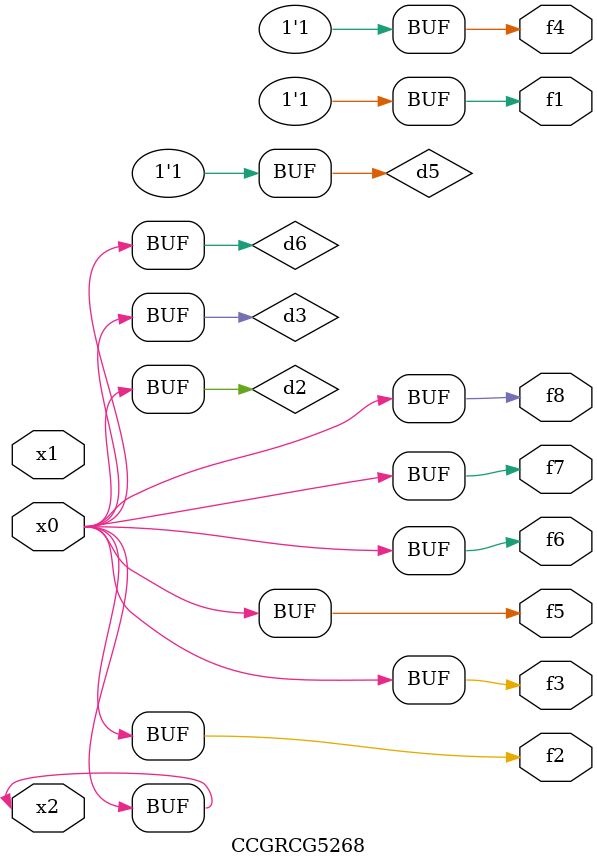
<source format=v>
module CCGRCG5268(
	input x0, x1, x2,
	output f1, f2, f3, f4, f5, f6, f7, f8
);

	wire d1, d2, d3, d4, d5, d6;

	xnor (d1, x2);
	buf (d2, x0, x2);
	and (d3, x0);
	xnor (d4, x1, x2);
	nand (d5, d1, d3);
	buf (d6, d2, d3);
	assign f1 = d5;
	assign f2 = d6;
	assign f3 = d6;
	assign f4 = d5;
	assign f5 = d6;
	assign f6 = d6;
	assign f7 = d6;
	assign f8 = d6;
endmodule

</source>
